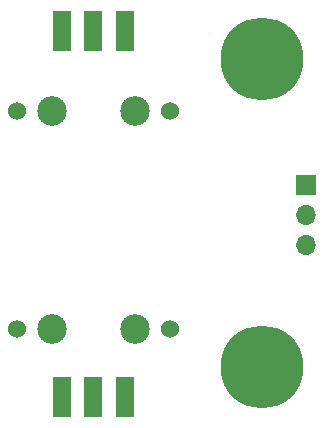
<source format=gbr>
%TF.GenerationSoftware,KiCad,Pcbnew,(5.99.0-12374-g2479e1d7b1)*%
%TF.CreationDate,2021-11-10T00:42:55+03:00*%
%TF.ProjectId,swr,7377722e-6b69-4636-9164-5f7063625858,rev?*%
%TF.SameCoordinates,Original*%
%TF.FileFunction,Soldermask,Top*%
%TF.FilePolarity,Negative*%
%FSLAX46Y46*%
G04 Gerber Fmt 4.6, Leading zero omitted, Abs format (unit mm)*
G04 Created by KiCad (PCBNEW (5.99.0-12374-g2479e1d7b1)) date 2021-11-10 00:42:55*
%MOMM*%
%LPD*%
G01*
G04 APERTURE LIST*
%ADD10R,1.500000X3.500000*%
%ADD11R,1.700000X1.700000*%
%ADD12O,1.700000X1.700000*%
%ADD13C,1.524000*%
%ADD14C,2.500000*%
%ADD15C,7.000000*%
G04 APERTURE END LIST*
D10*
%TO.C,J1*%
X147000000Y-70000000D03*
X149700000Y-70000000D03*
X144300000Y-70000000D03*
%TD*%
%TO.C,J2*%
X147000000Y-101000000D03*
X144300000Y-101000000D03*
X149700000Y-101000000D03*
%TD*%
D11*
%TO.C,J3*%
X165000000Y-83000000D03*
D12*
X165000000Y-85540000D03*
X165000000Y-88080000D03*
%TD*%
D13*
%TO.C,T1*%
X140500000Y-76750000D03*
D14*
X143500000Y-76750000D03*
X150500000Y-76750000D03*
D13*
X153500000Y-76750000D03*
X140500000Y-95250000D03*
D14*
X143500000Y-95250000D03*
X150500000Y-95250000D03*
D13*
X153500000Y-95250000D03*
%TD*%
D15*
%TO.C,H2*%
X161290000Y-98425000D03*
%TD*%
%TO.C,H1*%
X161290000Y-72390000D03*
%TD*%
M02*

</source>
